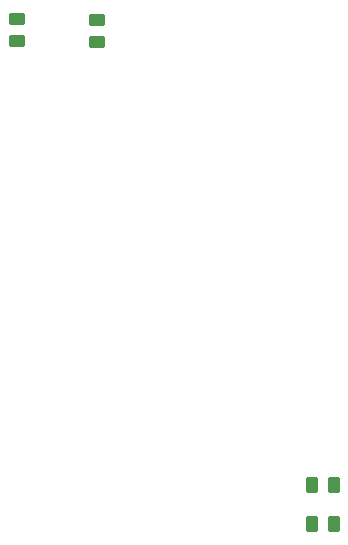
<source format=gbp>
%TF.GenerationSoftware,KiCad,Pcbnew,(5.99.0-11737-gca42f31bb5)*%
%TF.CreationDate,2021-09-24T22:34:59+02:00*%
%TF.ProjectId,Drucksensor,44727563-6b73-4656-9e73-6f722e6b6963,rev?*%
%TF.SameCoordinates,Original*%
%TF.FileFunction,Paste,Bot*%
%TF.FilePolarity,Positive*%
%FSLAX46Y46*%
G04 Gerber Fmt 4.6, Leading zero omitted, Abs format (unit mm)*
G04 Created by KiCad (PCBNEW (5.99.0-11737-gca42f31bb5)) date 2021-09-24 22:34:59*
%MOMM*%
%LPD*%
G01*
G04 APERTURE LIST*
G04 Aperture macros list*
%AMRoundRect*
0 Rectangle with rounded corners*
0 $1 Rounding radius*
0 $2 $3 $4 $5 $6 $7 $8 $9 X,Y pos of 4 corners*
0 Add a 4 corners polygon primitive as box body*
4,1,4,$2,$3,$4,$5,$6,$7,$8,$9,$2,$3,0*
0 Add four circle primitives for the rounded corners*
1,1,$1+$1,$2,$3*
1,1,$1+$1,$4,$5*
1,1,$1+$1,$6,$7*
1,1,$1+$1,$8,$9*
0 Add four rect primitives between the rounded corners*
20,1,$1+$1,$2,$3,$4,$5,0*
20,1,$1+$1,$4,$5,$6,$7,0*
20,1,$1+$1,$6,$7,$8,$9,0*
20,1,$1+$1,$8,$9,$2,$3,0*%
G04 Aperture macros list end*
%ADD10RoundRect,0.250000X-0.450000X0.262500X-0.450000X-0.262500X0.450000X-0.262500X0.450000X0.262500X0*%
%ADD11RoundRect,0.250000X0.262500X0.450000X-0.262500X0.450000X-0.262500X-0.450000X0.262500X-0.450000X0*%
G04 APERTURE END LIST*
D10*
%TO.C,R123*%
X119800000Y-22787500D03*
X119800000Y-24612500D03*
%TD*%
D11*
%TO.C,R116*%
X146662500Y-65500000D03*
X144837500Y-65500000D03*
%TD*%
D10*
%TO.C,R124*%
X126600000Y-22887500D03*
X126600000Y-24712500D03*
%TD*%
D11*
%TO.C,R105*%
X146662500Y-62250000D03*
X144837500Y-62250000D03*
%TD*%
M02*

</source>
